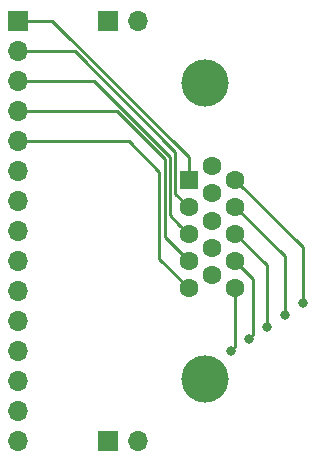
<source format=gtl>
G04 #@! TF.GenerationSoftware,KiCad,Pcbnew,(5.1.5)-3*
G04 #@! TF.CreationDate,2020-11-18T22:27:49+01:00*
G04 #@! TF.ProjectId,VGA_breakout,5647415f-6272-4656-916b-6f75742e6b69,rev?*
G04 #@! TF.SameCoordinates,Original*
G04 #@! TF.FileFunction,Copper,L1,Top*
G04 #@! TF.FilePolarity,Positive*
%FSLAX46Y46*%
G04 Gerber Fmt 4.6, Leading zero omitted, Abs format (unit mm)*
G04 Created by KiCad (PCBNEW (5.1.5)-3) date 2020-11-18 22:27:49*
%MOMM*%
%LPD*%
G04 APERTURE LIST*
%ADD10O,1.700000X1.700000*%
%ADD11R,1.700000X1.700000*%
%ADD12C,4.000000*%
%ADD13C,1.600000*%
%ADD14R,1.600000X1.600000*%
%ADD15C,0.800000*%
%ADD16C,0.250000*%
G04 APERTURE END LIST*
D10*
X138430000Y-71120000D03*
D11*
X135890000Y-71120000D03*
D10*
X138430000Y-106680000D03*
D11*
X135890000Y-106680000D03*
D12*
X144168000Y-76397000D03*
X144168000Y-101397000D03*
D13*
X146708000Y-93742000D03*
X146708000Y-91452000D03*
X146708000Y-89162000D03*
X146708000Y-86872000D03*
X146708000Y-84582000D03*
X144728000Y-92597000D03*
X144728000Y-90307000D03*
X144728000Y-88017000D03*
X144728000Y-85727000D03*
X144728000Y-83437000D03*
X142748000Y-93742000D03*
X142748000Y-91452000D03*
X142748000Y-89162000D03*
X142748000Y-86872000D03*
D14*
X142748000Y-84582000D03*
D10*
X128270000Y-106680000D03*
X128270000Y-104140000D03*
X128270000Y-101600000D03*
X128270000Y-99060000D03*
X128270000Y-96520000D03*
X128270000Y-93980000D03*
X128270000Y-91440000D03*
X128270000Y-88900000D03*
X128270000Y-86360000D03*
X128270000Y-83820000D03*
X128270000Y-81280000D03*
X128270000Y-78740000D03*
X128270000Y-76200000D03*
X128270000Y-73660000D03*
D11*
X128270000Y-71120000D03*
D15*
X146304000Y-99060000D03*
X147828000Y-98044000D03*
X149352000Y-97028000D03*
X150876000Y-96012000D03*
X152400000Y-94996000D03*
D16*
X146708000Y-98656000D02*
X146304000Y-99060000D01*
X146708000Y-98656000D02*
X146708000Y-93742000D01*
X147833001Y-98038999D02*
X147828000Y-98044000D01*
X148227999Y-97644001D02*
X148227999Y-92971999D01*
X147507999Y-92251999D02*
X146708000Y-91452000D01*
X148227999Y-92971999D02*
X147507999Y-92251999D01*
X147828000Y-98044000D02*
X148227999Y-97644001D01*
X149352000Y-91806000D02*
X146708000Y-89162000D01*
X149352000Y-97028000D02*
X149352000Y-91806000D01*
X150876000Y-91040000D02*
X146708000Y-86872000D01*
X150876000Y-96012000D02*
X150876000Y-91040000D01*
X152400000Y-90274000D02*
X146708000Y-84582000D01*
X152400000Y-94996000D02*
X152400000Y-90274000D01*
X128270000Y-81280000D02*
X137668000Y-81280000D01*
X137668000Y-81280000D02*
X140272966Y-83884966D01*
X140272966Y-91266966D02*
X142748000Y-93742000D01*
X140272966Y-83884966D02*
X140272966Y-91266966D01*
X128270000Y-78740000D02*
X136652000Y-78740000D01*
X136652000Y-78740000D02*
X140722980Y-82810980D01*
X140722980Y-89426980D02*
X142748000Y-91452000D01*
X140722980Y-82810980D02*
X140722980Y-89426980D01*
X141948001Y-88362001D02*
X142748000Y-89162000D01*
X141172989Y-87586989D02*
X141948001Y-88362001D01*
X141172989Y-82624579D02*
X141172989Y-87586989D01*
X134748411Y-76200000D02*
X141172989Y-82624579D01*
X128270000Y-76200000D02*
X134748411Y-76200000D01*
X133096000Y-73660000D02*
X141622999Y-82186999D01*
X128270000Y-73660000D02*
X133096000Y-73660000D01*
X141622999Y-85746999D02*
X142748000Y-86872000D01*
X141622999Y-82186999D02*
X141622999Y-85746999D01*
X142748000Y-83532000D02*
X142748000Y-84582000D01*
X142748000Y-82675590D02*
X142748000Y-83532000D01*
X131192410Y-71120000D02*
X142748000Y-82675590D01*
X128270000Y-71120000D02*
X131192410Y-71120000D01*
M02*

</source>
